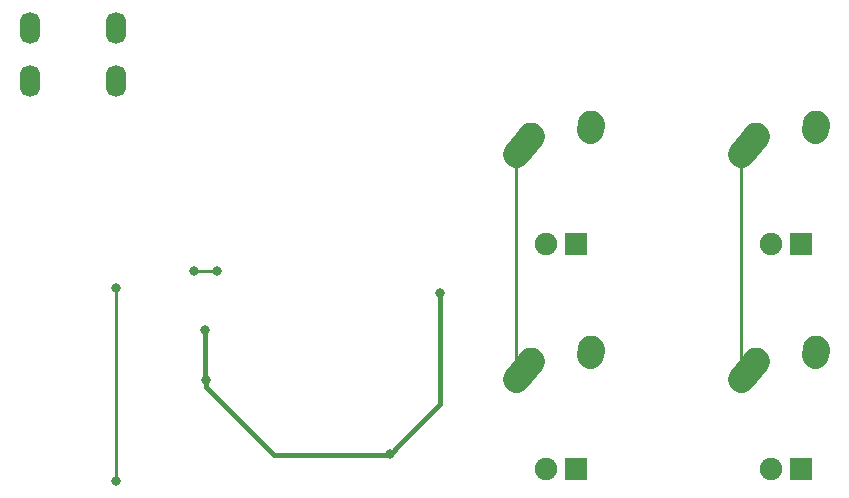
<source format=gbr>
G04 #@! TF.GenerationSoftware,KiCad,Pcbnew,(5.1.4)-1*
G04 #@! TF.CreationDate,2022-10-29T17:17:54+02:00*
G04 #@! TF.ProjectId,quaver-keypad,71756176-6572-42d6-9b65-797061642e6b,rev?*
G04 #@! TF.SameCoordinates,Original*
G04 #@! TF.FileFunction,Copper,L1,Top*
G04 #@! TF.FilePolarity,Positive*
%FSLAX46Y46*%
G04 Gerber Fmt 4.6, Leading zero omitted, Abs format (unit mm)*
G04 Created by KiCad (PCBNEW (5.1.4)-1) date 2022-10-29 17:17:54*
%MOMM*%
%LPD*%
G04 APERTURE LIST*
%ADD10R,1.905000X1.905000*%
%ADD11C,1.905000*%
%ADD12C,2.250000*%
%ADD13C,2.250000*%
%ADD14O,1.700000X2.700000*%
%ADD15C,0.800000*%
%ADD16C,0.381000*%
%ADD17C,0.250000*%
G04 APERTURE END LIST*
D10*
X113284000Y-98679000D03*
D11*
X110744000Y-98679000D03*
D12*
X109514000Y-89599000D03*
X108859001Y-90329000D03*
D13*
X108204000Y-91059000D02*
X109514002Y-89599000D01*
D12*
X114554000Y-88519000D03*
X114534000Y-88809000D03*
D13*
X114514000Y-89099000D02*
X114554000Y-88519000D01*
D10*
X94234000Y-98679000D03*
D11*
X91694000Y-98679000D03*
D12*
X90464000Y-89599000D03*
X89809001Y-90329000D03*
D13*
X89154000Y-91059000D02*
X90464002Y-89599000D01*
D12*
X95504000Y-88519000D03*
X95484000Y-88809000D03*
D13*
X95464000Y-89099000D02*
X95504000Y-88519000D01*
D10*
X113284000Y-79629000D03*
D11*
X110744000Y-79629000D03*
D12*
X109514000Y-70549000D03*
X108859001Y-71279000D03*
D13*
X108204000Y-72009000D02*
X109514002Y-70549000D01*
D12*
X114554000Y-69469000D03*
X114534000Y-69759000D03*
D13*
X114514000Y-70049000D02*
X114554000Y-69469000D01*
D10*
X94234000Y-79629000D03*
D11*
X91694000Y-79629000D03*
D12*
X90464000Y-70549000D03*
X89809001Y-71279000D03*
D13*
X89154000Y-72009000D02*
X90464002Y-70549000D01*
D12*
X95504000Y-69469000D03*
X95484000Y-69759000D03*
D13*
X95464000Y-70049000D02*
X95504000Y-69469000D01*
D14*
X48039000Y-61341000D03*
X55339000Y-61341000D03*
X55339000Y-65841000D03*
X48039000Y-65841000D03*
D15*
X62860000Y-86940000D03*
X62931000Y-91211000D03*
X78520000Y-97490000D03*
X82760000Y-83830000D03*
X55270000Y-83380000D03*
X55270000Y-99770000D03*
X61910000Y-81960000D03*
X63830000Y-81960000D03*
D16*
X62860000Y-91140000D02*
X62931000Y-91211000D01*
X62860000Y-86940000D02*
X62860000Y-91140000D01*
X62931000Y-91776685D02*
X68674315Y-97520000D01*
X62931000Y-91211000D02*
X62931000Y-91776685D01*
X68674315Y-97520000D02*
X78490000Y-97520000D01*
X78490000Y-97520000D02*
X78520000Y-97490000D01*
X78919999Y-97090001D02*
X78919999Y-97050001D01*
X78520000Y-97490000D02*
X78919999Y-97090001D01*
X78919999Y-97050001D02*
X82760000Y-93210000D01*
X82760000Y-93210000D02*
X82760000Y-83830000D01*
D17*
X89154000Y-88289000D02*
X89154000Y-91059000D01*
X89154000Y-72009000D02*
X89154000Y-88289000D01*
X108204000Y-72009000D02*
X108204000Y-91059000D01*
X55270000Y-83380000D02*
X55270000Y-97190000D01*
X55270000Y-97190000D02*
X55270000Y-99770000D01*
X61910000Y-81960000D02*
X63830000Y-81960000D01*
M02*

</source>
